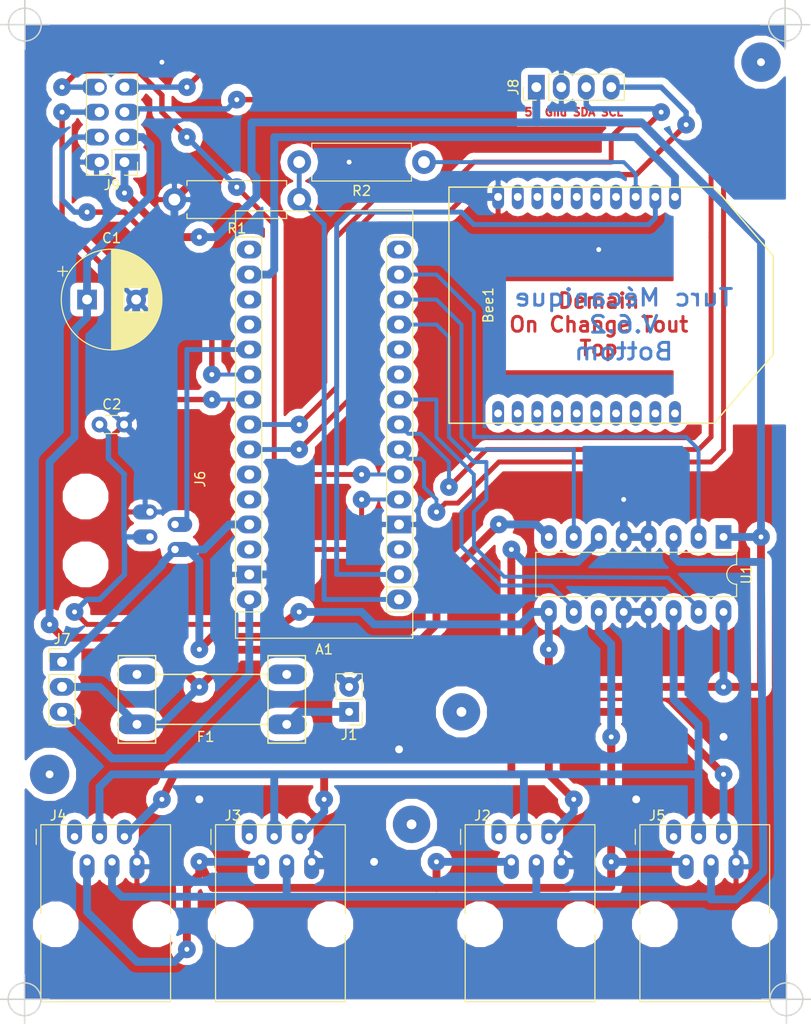
<source format=kicad_pcb>
(kicad_pcb (version 20171130) (host pcbnew 5.0.2-bee76a0~70~ubuntu14.04.1)
  (title_block (title "Turc Mécanique V.6") (company "Demain On Change Tout"))
  (layers (0 F.Cu signal) (31 B.Cu signal) (34 B.Paste user) (35 F.Paste user) (36 B.SilkS user) (37 F.SilkS user) (38 B.Mask user hide) (39 F.Mask user hide) (44 Edge.Cuts user))
  (net 0 "")
  (net 1 /TxArd)
  (net 2 /3V3)
  (net 3 /RxArd)
  (net 4 "Net-(A1-Pad18)")
  (net 5 "Net-(A1-Pad3)")
  (net 6 "Net-(A1-Pad19)")
  (net 7 /Interupt)
  (net 8 /Interupt2)
  (net 9 /SDA)
  (net 10 /SCL)
  (net 11 /r)
  (net 12 "Net-(A1-Pad25)")
  (net 13 "Net-(A1-Pad10)")
  (net 14 "Net-(A1-Pad26)")
  (net 15 "Net-(A1-Pad11)")
  (net 16 /v)
  (net 17 "Net-(A1-Pad28)")
  (net 18 /b)
  (net 19 /GND)
  (net 20 /w)
  (net 21 "Net-(A1-Pad15)")
  (net 22 "Net-(A1-Pad16)")
  (net 23 "Net-(Bee1-Pad3)")
  (net 24 "Net-(Bee1-Pad4)")
  (net 25 "Net-(Bee1-Pad5)")
  (net 26 "Net-(Bee1-Pad6)")
  (net 27 "Net-(Bee1-Pad7)")
  (net 28 "Net-(Bee1-Pad8)")
  (net 29 "Net-(Bee1-Pad9)")
  (net 30 "Net-(Bee1-Pad11)")
  (net 31 "Net-(Bee1-Pad12)")
  (net 32 "Net-(Bee1-Pad13)")
  (net 33 "Net-(Bee1-Pad14)")
  (net 34 "Net-(Bee1-Pad15)")
  (net 35 "Net-(Bee1-Pad16)")
  (net 36 "Net-(Bee1-Pad17)")
  (net 37 "Net-(Bee1-Pad18)")
  (net 38 "Net-(Bee1-Pad19)")
  (net 39 "Net-(Bee1-Pad20)")
  (net 40 /5V)
  (net 41 "Net-(J2-Pad1)")
  (net 42 /R)
  (net 43 /V)
  (net 44 /B)
  (net 45 /W)
  (net 46 "Net-(J3-Pad1)")
  (net 47 "Net-(J4-Pad1)")
  (net 48 "Net-(J5-Pad1)")
  (net 49 /Alim)
  (net 50 /AlimBrut)
  (net 51 /Telecommande)
  (net 52 /Vin)
  (net 53 /D4)
  (net 54 /D5)
  (net 55 /A2)
  (net 56 /A3)
  (module Connector_RJ:RJ9_Amphenol_personnalisé (layer F.Cu) (at 76.2 79.4 270)
    (fp_text reference J6 (at -5.27 -5.16 270) (layer F.SilkS))
    (fp_text value RJ9)
    (pad "" np_thru_hole circle (at -3.5 6.5 270) (size 3.25 3.25) (drill 3.25) (layers *.Cu *.Mask))
    (pad 1 thru_hole oval (at -1.93 -0.06 270) (size 1.52 2.5) (drill 0.76 (offset 0 0.5)) (layers *.Cu *.Mask) (net 19 /GND))
    (pad 2 thru_hole oval (at -0.66 -2.6 270) (size 1.52 2.5) (drill 0.76 (offset 0 -0.5)) (layers *.Cu *.Mask) (net 51 /Telecommande))
    (pad 3 thru_hole oval (at 0.61 -0.06 270) (size 1.52 2.5) (drill 0.76 (offset 0 0.5)) (layers *.Cu *.Mask) (net 7 /Interupt))
    (pad 4 thru_hole oval (at 1.88 -2.6 270) (size 1.52 2.5) (drill 0.76 (offset 0 -0.5)) (layers *.Cu *.Mask) (net 40 /5V))
    (pad "" np_thru_hole circle (at 3.4 6.5 270) (size 3.25 3.25) (drill 3.25) (layers *.Cu *.Mask))
  )
  (module Fuse:Fusible_Fuse_Perso (layer F.Cu) (at 82.55 96.52 90)
    (fp_text reference F1 (at -3.81 -0.635 180) (layer F.SilkS))
    (fp_text value Fuse)
    (pad "" thru_hole oval (at 2.54 -7.62 90) (size 2 4) (drill 0.9) (layers *.Cu *.Mask))
    (pad 2 thru_hole oval (at -2.54 -7.62 90) (size 2 4) (drill 0.9) (layers *.Cu *.Mask) (net 49 /Alim))
    (pad "" thru_hole oval (at 2.54 7.62 90) (size 2 4) (drill 0.9) (layers *.Cu *.Mask))
    (pad 1 thru_hole oval (at -2.54 7.62 90) (size 2 4) (drill 0.9) (layers *.Cu *.Mask) (net 50 /AlimBrut))
  )
  (module Connector_PinHeader_2.54mm:PinHeader_2x04_P2.54mm_Vertical_Personnalisé (layer F.Cu) (at 73.66 41.91 180)
    (fp_text reference J9 (at 1.27 -2.33 180) (layer F.SilkS))
    (fp_text value Conn_01x08_Female)
    (pad 8 thru_hole oval (at 2.54 7.62 180) (size 2.5 1.7) (drill 1 (offset 0.5 0)) (layers *.Cu *.Mask) (net 8 /Interupt2))
    (pad 7 thru_hole oval (at 0 7.62 180) (size 2.5 1.7) (drill 1 (offset -0.3 0)) (layers *.Cu *.Mask) (net 53 /D4))
    (pad 6 thru_hole oval (at 2.54 5.08 180) (size 2.5 1.7) (drill 1 (offset 0.3 0)) (layers *.Cu *.Mask) (net 56 /A3))
    (pad 5 thru_hole oval (at 0 5.08 180) (size 2.5 1.7) (drill 1 (offset -0.3 0)) (layers *.Cu *.Mask) (net 54 /D5))
    (pad 4 thru_hole oval (at 2.54 2.54 180) (size 2.5 1.7) (drill 1 (offset 0.3 0)) (layers *.Cu *.Mask) (net 55 /A2))
    (pad 3 thru_hole oval (at 0 2.54 180) (size 2.5 1.7) (drill 1 (offset -0.3 0)) (layers *.Cu *.Mask) (net 49 /Alim))
    (pad 2 thru_hole oval (at 2.54 0 180) (size 2.5 1.7) (drill 1 (offset 0.3 0)) (layers *.Cu *.Mask) (net 19 /GND))
    (pad 1 thru_hole rect (at 0 0 180) (size 2.5 1.7) (drill 1 (offset -0.3 0)) (layers *.Cu *.Mask) (net 40 /5V))
  )
  (module Connector_PinHeader_2.54mm:PinHeader_1x04_P2.54mm_Vertical_Personnalisé (layer F.Cu) (at 115.57 34.29 90)
    (fp_text reference J8 (at 0 -2.33 90) (layer F.SilkS))
    (fp_text value Conn_01x04_Female)
    (pad 4 thru_hole oval (at 0 7.62 90) (size 2.5 1.7) (drill 1) (layers *.Cu *.Mask) (net 10 /SCL))
    (pad 3 thru_hole oval (at 0 5.08 90) (size 2.5 1.7) (drill 1) (layers *.Cu *.Mask) (net 9 /SDA))
    (pad 2 thru_hole oval (at 0 2.54 90) (size 2.5 1.7) (drill 1) (layers *.Cu *.Mask) (net 19 /GND))
    (pad 1 thru_hole rect (at 0 0 90) (size 2.5 1.7) (drill 1) (layers *.Cu *.Mask) (net 40 /5V))
  )
  (module Module:Arduino_NanoPersonnalisé (layer F.Cu) (at 101.6 86.36 180)
    (fp_text reference A1 (at 7.62 -5.08 180) (layer F.SilkS))
    (fp_text value Arduino_Nano_v3.x)
    (pad 1 thru_hole oval (at 0 0 180) (size 2.5 2) (drill 1) (layers *.Cu *.Mask) (net 1 /TxArd))
    (pad 2 thru_hole oval (at 0 2.54 180) (size 2.5 1.8) (drill 1) (layers *.Cu *.Mask) (net 3 /RxArd))
    (pad 3 thru_hole oval (at 0 5.08 180) (size 2.5 1.8) (drill 1) (layers *.Cu *.Mask) (net 5 "Net-(A1-Pad3)"))
    (pad 4 thru_hole rect (at 0 7.62 180) (size 2.5 1.8) (drill 1) (layers *.Cu *.Mask) (net 19 /GND))
    (pad 5 thru_hole oval (at 0 10.16 180) (size 2.5 1.8) (drill 1) (layers *.Cu *.Mask) (net 7 /Interupt))
    (pad 6 thru_hole oval (at 0 12.7 180) (size 2.5 1.8) (drill 1) (layers *.Cu *.Mask) (net 8 /Interupt2))
    (pad 7 thru_hole oval (at 0 15.24 180) (size 2.5 1.8) (drill 1) (layers *.Cu *.Mask) (net 53 /D4))
    (pad 8 thru_hole oval (at 0 17.78 180) (size 2.5 1.8) (drill 1) (layers *.Cu *.Mask) (net 54 /D5))
    (pad 9 thru_hole oval (at 0 20.32 180) (size 2.5 1.8) (drill 1) (layers *.Cu *.Mask) (net 11 /r))
    (pad 11 thru_hole oval (at 0 22.86 180) (size 2.5 1.8) (drill 1) (layers *.Cu *.Mask) (net 15 "Net-(A1-Pad11)"))
    (pad 10 thru_hole oval (at 0 25.4 180) (size 2.5 1.8) (drill 1) (layers *.Cu *.Mask) (net 13 "Net-(A1-Pad10)"))
    (pad 12 thru_hole oval (at 0 27.94 180) (size 2.5 1.8) (drill 1) (layers *.Cu *.Mask) (net 16 /v))
    (pad 13 thru_hole oval (at 0 30.48 180) (size 2.5 1.8) (drill 1) (layers *.Cu *.Mask) (net 20 /w))
    (pad 14 thru_hole oval (at 0 33.02 180) (size 2.5 1.8) (drill 1) (layers *.Cu *.Mask) (net 18 /b))
    (pad 15 thru_hole oval (at 0 35.56 180) (size 2.5 1.8) (drill 1) (layers *.Cu *.Mask) (net 21 "Net-(A1-Pad15)"))
    (pad 16 thru_hole oval (at 15.24 35.56 180) (size 2.5 1.8) (drill 1) (layers *.Cu *.Mask) (net 22 "Net-(A1-Pad16)"))
    (pad 17 thru_hole oval (at 15.24 33.02 180) (size 2.5 1.8) (drill 1) (layers *.Cu *.Mask) (net 2 /3V3))
    (pad 18 thru_hole oval (at 15.24 30.48 180) (size 2.5 1.8) (drill 1) (layers *.Cu *.Mask) (net 4 "Net-(A1-Pad18)"))
    (pad 19 thru_hole oval (at 15.24 27.94 180) (size 2.5 1.8) (drill 1) (layers *.Cu *.Mask) (net 6 "Net-(A1-Pad19)"))
    (pad 20 thru_hole oval (at 15.24 25.4 180) (size 2.5 1.8) (drill 1) (layers *.Cu *.Mask) (net 51 /Telecommande))
    (pad 21 thru_hole oval (at 15.24 22.86 180) (size 2.5 1.8) (drill 1) (layers *.Cu *.Mask) (net 55 /A2))
    (pad 22 thru_hole oval (at 15.24 20.32 180) (size 2.5 1.8) (drill 1) (layers *.Cu *.Mask) (net 56 /A3))
    (pad 23 thru_hole oval (at 15.24 17.78 180) (size 2.5 1.8) (drill 1) (layers *.Cu *.Mask) (net 9 /SDA))
    (pad 24 thru_hole oval (at 15.24 15.24 180) (size 2.5 1.8) (drill 1) (layers *.Cu *.Mask) (net 10 /SCL))
    (pad 25 thru_hole oval (at 15.24 12.7 180) (size 2.5 1.8) (drill 1) (layers *.Cu *.Mask) (net 12 "Net-(A1-Pad25)"))
    (pad 26 thru_hole oval (at 15.24 10.16 180) (size 2.5 1.8) (drill 1) (layers *.Cu *.Mask) (net 14 "Net-(A1-Pad26)"))
    (pad 27 thru_hole oval (at 15.24 7.62 180) (size 2.5 1.8) (drill 1) (layers *.Cu *.Mask) (net 40 /5V))
    (pad 28 thru_hole oval (at 15.24 5.08 180) (size 2.5 1.8) (drill 1) (layers *.Cu *.Mask) (net 17 "Net-(A1-Pad28)"))
    (pad 29 thru_hole rect (at 15.24 2.54 180) (size 2.5 1.8) (drill 1) (layers *.Cu *.Mask) (net 19 /GND))
    (pad 30 thru_hole oval (at 15.24 0 180) (size 2.5 1.8) (drill 1) (layers *.Cu *.Mask) (net 52 /Vin))
  )
  (module Connector_PinHeader_2.54mm:PinHeader_1x03_P2.54mm_Vertical_Personnalisé (layer F.Cu) (at 67.31 92.71)
    (fp_text reference J7 (at 0 -2.33) (layer F.SilkS))
    (fp_text value Conn_01x03_Male)
    (pad 1 thru_hole rect (at 0 0) (size 2.5 1.8) (drill 1) (layers *.Cu *.Mask) (net 40 /5V))
    (pad 2 thru_hole oval (at 0 2.54) (size 2.5 1.8) (drill 1) (layers *.Cu *.Mask) (net 49 /Alim))
    (pad 3 thru_hole oval (at 0 5.08) (size 2.5 1.8) (drill 1) (layers *.Cu *.Mask) (net 52 /Vin))
  )
  (module Connector_PinHeader_2.54mm:PinHeader_1x02_P2.54mm_Vertical (layer F.Cu) (at 96.52 97.79 180)
    (fp_text reference J1 (at 0 -2.33 180) (layer F.SilkS))
    (fp_text value Conn_01x02_Female)
    (pad 1 thru_hole rect (at 0 0 180) (size 2 2) (drill 0.8) (layers *.Cu *.Mask) (net 50 /AlimBrut))
    (pad 2 thru_hole circle (at 0 2.54 180) (size 2 2) (drill 0.8) (layers *.Cu *.Mask) (net 19 /GND))
  )
  (module Capacitor_THT:CP_Radial_D10.0mm_P5.00mm (layer F.Cu) (at 69.85 55.88)
    (fp_text reference C1 (at 2.5 -6.25) (layer F.SilkS))
    (fp_text value CP)
    (pad 2 thru_hole circle (at 5 0) (size 2 2) (drill 1) (layers *.Cu *.Mask) (net 19 /GND))
    (pad 1 thru_hole rect (at 0 0) (size 2 2) (drill 1) (layers *.Cu *.Mask) (net 49 /Alim))
  )
  (module Resistor_THT:R_Axial_DIN0411_L9.9mm_D3.6mm_P12.70mm_Horizontal (layer F.Cu) (at 104.14 41.91 180)
    (fp_text reference R2 (at 6.35 -2.92 180) (layer F.SilkS))
    (fp_text value 10K)
    (pad 1 thru_hole circle (at 0 0 180) (size 2.4 2.4) (drill 1.2) (layers *.Cu *.Mask) (net 23 "Net-(Bee1-Pad3)"))
    (pad 2 thru_hole oval (at 12.7 0 180) (size 2.4 2.4) (drill 1.2) (layers *.Cu *.Mask) (net 1 /TxArd))
  )
  (module Connector_RJ:RJ12_Amphenol_personnalisé (layer F.Cu) (at 129.54 110.49)
    (fp_text reference J5 (at -1.67 -2.16) (layer F.SilkS))
    (fp_text value RJ12)
    (pad "" np_thru_hole circle (at 8.25 8.89) (size 3.25 3.25) (drill 3.25) (layers *.Cu *.Mask))
    (pad 6 thru_hole oval (at 6.35 2.54) (size 1.52 2.5) (drill 0.76 (offset 0 0.5)) (layers *.Cu *.Mask) (net 19 /GND))
    (pad 5 thru_hole oval (at 5.08 0) (size 1.52 2.5) (drill 0.76 (offset 0 -0.5)) (layers *.Cu *.Mask) (net 45 /W))
    (pad 4 thru_hole oval (at 3.81 2.54) (size 1.52 2.5) (drill 0.76 (offset 0 0.5)) (layers *.Cu *.Mask) (net 44 /B))
    (pad 3 thru_hole oval (at 2.54 0) (size 1.52 2.5) (drill 0.76 (offset 0 -0.5)) (layers *.Cu *.Mask) (net 43 /V))
    (pad 2 thru_hole oval (at 1.27 2.54) (size 1.52 2.5) (drill 0.76 (offset 0 0.5)) (layers *.Cu *.Mask) (net 42 /R))
    (pad "" np_thru_hole circle (at -1.91 8.89) (size 3.25 3.25) (drill 3.25) (layers *.Cu *.Mask))
    (pad 1 thru_hole oval (at 0 0) (size 1.52 2.5) (drill 0.76 (offset 0 -0.5)) (layers *.Cu *.Mask) (net 48 "Net-(J5-Pad1)"))
  )
  (module Connector_RJ:RJ12_Amphenol_personnalisé (layer F.Cu) (at 111.76 110.49)
    (fp_text reference J2 (at -1.67 -2.16) (layer F.SilkS))
    (fp_text value RJ12)
    (pad "" np_thru_hole circle (at 8.25 8.89) (size 3.25 3.25) (drill 3.25) (layers *.Cu *.Mask))
    (pad 6 thru_hole oval (at 6.35 2.54) (size 1.52 2.5) (drill 0.76 (offset 0 0.5)) (layers *.Cu *.Mask) (net 19 /GND))
    (pad 5 thru_hole oval (at 5.08 0) (size 1.52 2.5) (drill 0.76 (offset 0 -0.5)) (layers *.Cu *.Mask) (net 45 /W))
    (pad 4 thru_hole oval (at 3.81 2.54) (size 1.52 2.5) (drill 0.76 (offset 0 0.5)) (layers *.Cu *.Mask) (net 44 /B))
    (pad 3 thru_hole oval (at 2.54 0) (size 1.52 2.5) (drill 0.76 (offset 0 -0.5)) (layers *.Cu *.Mask) (net 43 /V))
    (pad 2 thru_hole oval (at 1.27 2.54) (size 1.52 2.5) (drill 0.76 (offset 0 0.5)) (layers *.Cu *.Mask) (net 42 /R))
    (pad "" np_thru_hole circle (at -1.91 8.89) (size 3.25 3.25) (drill 3.25) (layers *.Cu *.Mask))
    (pad 1 thru_hole oval (at 0 0) (size 1.52 2.5) (drill 0.76 (offset 0 -0.5)) (layers *.Cu *.Mask) (net 41 "Net-(J2-Pad1)"))
  )
  (module Connector_RJ:RJ12_Amphenol_personnalisé (layer F.Cu) (at 86.36 110.49)
    (fp_text reference J3 (at -1.67 -2.16) (layer F.SilkS))
    (fp_text value RJ12)
    (pad "" np_thru_hole circle (at 8.25 8.89) (size 3.25 3.25) (drill 3.25) (layers *.Cu *.Mask))
    (pad 6 thru_hole oval (at 6.35 2.54) (size 1.52 2.5) (drill 0.76 (offset 0 0.5)) (layers *.Cu *.Mask) (net 19 /GND))
    (pad 5 thru_hole oval (at 5.08 0) (size 1.52 2.5) (drill 0.76 (offset 0 -0.5)) (layers *.Cu *.Mask) (net 45 /W))
    (pad 4 thru_hole oval (at 3.81 2.54) (size 1.52 2.5) (drill 0.76 (offset 0 0.5)) (layers *.Cu *.Mask) (net 44 /B))
    (pad 3 thru_hole oval (at 2.54 0) (size 1.52 2.5) (drill 0.76 (offset 0 -0.5)) (layers *.Cu *.Mask) (net 43 /V))
    (pad 2 thru_hole oval (at 1.27 2.54) (size 1.52 2.5) (drill 0.76 (offset 0 0.5)) (layers *.Cu *.Mask) (net 42 /R))
    (pad "" np_thru_hole circle (at -1.91 8.89) (size 3.25 3.25) (drill 3.25) (layers *.Cu *.Mask))
    (pad 1 thru_hole oval (at 0 0) (size 1.52 2.5) (drill 0.76 (offset 0 -0.5)) (layers *.Cu *.Mask) (net 46 "Net-(J3-Pad1)"))
  )
  (module Connector_RJ:RJ12_Amphenol_personnalisé (layer F.Cu) (at 68.58 110.49)
    (fp_text reference J4 (at -1.67 -2.16) (layer F.SilkS))
    (fp_text value RJ12)
    (pad "" np_thru_hole circle (at 8.25 8.89) (size 3.25 3.25) (drill 3.25) (layers *.Cu *.Mask))
    (pad 6 thru_hole oval (at 6.35 2.54) (size 1.52 2.5) (drill 0.76 (offset 0 0.5)) (layers *.Cu *.Mask) (net 19 /GND))
    (pad 5 thru_hole oval (at 5.08 0) (size 1.52 2.5) (drill 0.76 (offset 0 -0.5)) (layers *.Cu *.Mask) (net 45 /W))
    (pad 4 thru_hole oval (at 3.81 2.54) (size 1.52 2.5) (drill 0.76 (offset 0 0.5)) (layers *.Cu *.Mask) (net 44 /B))
    (pad 3 thru_hole oval (at 2.54 0) (size 1.52 2.5) (drill 0.76 (offset 0 -0.5)) (layers *.Cu *.Mask) (net 43 /V))
    (pad 2 thru_hole oval (at 1.27 2.54) (size 1.52 2.5) (drill 0.76 (offset 0 0.5)) (layers *.Cu *.Mask) (net 42 /R))
    (pad "" np_thru_hole circle (at -1.91 8.89) (size 3.25 3.25) (drill 3.25) (layers *.Cu *.Mask))
    (pad 1 thru_hole oval (at 0 0) (size 1.52 2.5) (drill 0.76 (offset 0 -0.5)) (layers *.Cu *.Mask) (net 47 "Net-(J4-Pad1)"))
  )
  (module RF_Module:MeshBeeZigBeePro (layer F.Cu) (at 106.68 44.45 270)
    (fp_text reference Bee1 (at 12 -4 270) (layer F.SilkS))
    (fp_text value MeshBeeZigBeePro)
    (pad 1 thru_hole oval (at 1 -23 270) (size 2.5 1.2) (drill 0.8) (layers *.Cu *.Mask) (net 2 /3V3))
    (pad 2 thru_hole oval (at 1 -21 270) (size 2.5 1.2) (drill 0.8) (layers *.Cu *.Mask) (net 3 /RxArd))
    (pad 3 thru_hole oval (at 1 -19 270) (size 2.5 1.2) (drill 0.8) (layers *.Cu *.Mask) (net 23 "Net-(Bee1-Pad3)"))
    (pad 4 thru_hole oval (at 1 -17 270) (size 2.5 1.2) (drill 0.8) (layers *.Cu *.Mask) (net 24 "Net-(Bee1-Pad4)"))
    (pad 5 thru_hole oval (at 1 -15 270) (size 2.5 1.2) (drill 0.8) (layers *.Cu *.Mask) (net 25 "Net-(Bee1-Pad5)"))
    (pad 6 thru_hole oval (at 1 -13 270) (size 2.5 1.2) (drill 0.8) (layers *.Cu *.Mask) (net 26 "Net-(Bee1-Pad6)"))
    (pad 7 thru_hole oval (at 1 -11 270) (size 2.5 1.2) (drill 0.8) (layers *.Cu *.Mask) (net 27 "Net-(Bee1-Pad7)"))
    (pad 8 thru_hole oval (at 1 -9 270) (size 2.5 1.2) (drill 0.8) (layers *.Cu *.Mask) (net 28 "Net-(Bee1-Pad8)"))
    (pad 9 thru_hole oval (at 1 -7 270) (size 2.5 1.2) (drill 0.8) (layers *.Cu *.Mask) (net 29 "Net-(Bee1-Pad9)"))
    (pad 10 thru_hole oval (at 1 -5 270) (size 2.5 1.2) (drill 0.8) (layers *.Cu *.Mask) (net 19 /GND))
    (pad 11 thru_hole oval (at 23 -5 270) (size 2.5 1.2) (drill 0.8) (layers *.Cu *.Mask) (net 30 "Net-(Bee1-Pad11)"))
    (pad 12 thru_hole oval (at 23 -7 270) (size 2.5 1.2) (drill 0.8) (layers *.Cu *.Mask) (net 31 "Net-(Bee1-Pad12)"))
    (pad 13 thru_hole oval (at 23 -9 270) (size 2.5 1.2) (drill 0.8) (layers *.Cu *.Mask) (net 32 "Net-(Bee1-Pad13)"))
    (pad 14 thru_hole oval (at 23 -11 270) (size 2.5 1.2) (drill 0.8) (layers *.Cu *.Mask) (net 33 "Net-(Bee1-Pad14)"))
    (pad 15 thru_hole oval (at 23 -13 270) (size 2.5 1.2) (drill 0.8) (layers *.Cu *.Mask) (net 34 "Net-(Bee1-Pad15)"))
    (pad 16 thru_hole oval (at 23 -15 270) (size 2.5 1.2) (drill 0.8) (layers *.Cu *.Mask) (net 35 "Net-(Bee1-Pad16)"))
    (pad 17 thru_hole oval (at 23 -17 270) (size 2.5 1.2) (drill 0.8) (layers *.Cu *.Mask) (net 36 "Net-(Bee1-Pad17)"))
    (pad 18 thru_hole oval (at 23 -19 270) (size 2.5 1.2) (drill 0.8) (layers *.Cu *.Mask) (net 37 "Net-(Bee1-Pad18)"))
    (pad 19 thru_hole oval (at 23 -21 270) (size 2.5 1.2) (drill 0.8) (layers *.Cu *.Mask) (net 38 "Net-(Bee1-Pad19)"))
    (pad 20 thru_hole oval (at 23 -23 270) (size 2.5 1.2) (drill 0.8) (layers *.Cu *.Mask) (net 39 "Net-(Bee1-Pad20)"))
  )
  (module Resistor_THT:R_Axial_DIN0411_L9.9mm_D3.6mm_P12.70mm_Horizontal (layer F.Cu) (at 91.44 45.72 180)
    (fp_text reference R1 (at 6.35 -2.92 180) (layer F.SilkS))
    (fp_text value 15K)
    (pad 2 thru_hole oval (at 12.7 0 180) (size 2.4 2.4) (drill 1.2) (layers *.Cu *.Mask) (net 19 /GND))
    (pad 1 thru_hole circle (at 0 0 180) (size 2.4 2.4) (drill 1.2) (layers *.Cu *.Mask) (net 1 /TxArd))
  )
  (module Capacitor_THT:C_Disc_D3.0mm_W1.6mm_P2.50mm (layer F.Cu) (at 71.12 68.58)
    (fp_text reference C2 (at 1.25 -2.05) (layer F.SilkS))
    (fp_text value C)
    (pad 1 thru_hole circle (at 0 0) (size 1.6 1.6) (drill 0.8) (layers *.Cu *.Mask) (net 7 /Interupt))
    (pad 2 thru_hole circle (at 2.5 0) (size 1.6 1.6) (drill 0.8) (layers *.Cu *.Mask) (net 19 /GND))
  )
  (module Package_DIP:DIP-16_W7.62mm_LongPads (layer F.Cu) (at 134.62 80.01 270)
    (fp_text reference U1 (at 3.81 -2.33 270) (layer F.SilkS))
    (fp_text value L293D)
    (pad 1 thru_hole rect (at 0 0 270) (size 2.4 1.6) (drill 0.8) (layers *.Cu *.Mask) (net 40 /5V))
    (pad 9 thru_hole oval (at 7.62 17.78 270) (size 2.4 1.6) (drill 0.8) (layers *.Cu *.Mask) (net 40 /5V))
    (pad 2 thru_hole oval (at 0 2.54 270) (size 2.4 1.6) (drill 0.8) (layers *.Cu *.Mask) (net 18 /b))
    (pad 10 thru_hole oval (at 7.62 15.24 270) (size 2.4 1.6) (drill 0.8) (layers *.Cu *.Mask) (net 11 /r))
    (pad 3 thru_hole oval (at 0 5.08 270) (size 2.4 1.6) (drill 0.8) (layers *.Cu *.Mask) (net 44 /B))
    (pad 11 thru_hole oval (at 7.62 12.7 270) (size 2.4 1.6) (drill 0.8) (layers *.Cu *.Mask) (net 42 /R))
    (pad 4 thru_hole oval (at 0 7.62 270) (size 2.4 1.6) (drill 0.8) (layers *.Cu *.Mask) (net 19 /GND))
    (pad 12 thru_hole oval (at 7.62 10.16 270) (size 2.4 1.6) (drill 0.8) (layers *.Cu *.Mask) (net 19 /GND))
    (pad 5 thru_hole oval (at 0 10.16 270) (size 2.4 1.6) (drill 0.8) (layers *.Cu *.Mask) (net 19 /GND))
    (pad 13 thru_hole oval (at 7.62 7.62 270) (size 2.4 1.6) (drill 0.8) (layers *.Cu *.Mask) (net 19 /GND))
    (pad 6 thru_hole oval (at 0 12.7 270) (size 2.4 1.6) (drill 0.8) (layers *.Cu *.Mask) (net 45 /W))
    (pad 14 thru_hole oval (at 7.62 5.08 270) (size 2.4 1.6) (drill 0.8) (layers *.Cu *.Mask) (net 43 /V))
    (pad 7 thru_hole oval (at 0 15.24 270) (size 2.4 1.6) (drill 0.8) (layers *.Cu *.Mask) (net 20 /w))
    (pad 15 thru_hole oval (at 7.62 2.54 270) (size 2.4 1.6) (drill 0.8) (layers *.Cu *.Mask) (net 16 /v))
    (pad 8 thru_hole oval (at 0 17.78 270) (size 2.4 1.6) (drill 0.8) (layers *.Cu *.Mask) (net 49 /Alim))
    (pad 16 thru_hole oval (at 7.62 0 270) (size 2.4 1.6) (drill 0.8) (layers *.Cu *.Mask) (net 40 /5V))
  )
  (target plus (at 63.493957 127) (size 5) (width 0.15) (layer Edge.Cuts))
  (target plus (at 140.882019 27.94) (size 5) (width 0.15) (layer Edge.Cuts))
  (target plus (at 141.020074 127) (size 5) (width 0.15) (layer Edge.Cuts))
  (target plus (at 63.52395 27.931627) (size 5) (width 0.15) (layer Edge.Cuts))
  (gr_text "Demain\nOn Change Tout\nTop" (at 121.92 58.42) (layer F.Cu) (effects (font (size 1.5 1.5) (thickness 0.3))))
  (gr_text "5V Gnd SDA SCL" (at 119.38 36.83) (layer F.Cu) (effects (font (size 0.8 0.8) (thickness 0.2))))
  (gr_text "Turc Mécanique\nV.6.2\nBottom" (at 124.46 58.42) (layer B.Cu) (effects (font (size 1.7 1.9) (thickness 0.3)) (justify mirror)))
  (via (at 102.87 109.22) (size 3.8) (drill 1) (layers F.Cu B.Cu) (net 0))
  (via (at 107.95 97.79) (size 3.8) (drill 1) (layers F.Cu B.Cu) (net 0))
  (via (at 138.43 31.75) (size 4) (drill 0.8) (layers F.Cu B.Cu) (net 0))
  (via (at 66.04 104.14) (size 4) (drill 0.8) (layers F.Cu B.Cu) (net 0))
  (segment (start 93.98 86.36) (end 93.98 48.26) (width 0.5) (layer B.Cu) (net 1))
  (segment (start 101.6 86.36) (end 93.98 86.36) (width 0.5) (layer B.Cu) (net 1))
  (segment (start 93.98 48.26) (end 91.44 45.72) (width 0.5) (layer B.Cu) (net 1))
  (segment (start 91.44 41.91) (end 91.44 45.72) (width 0.5) (layer B.Cu) (net 1))
  (segment (start 129.68 43.4) (end 129.68 45.45) (width 0.8) (layer B.Cu) (net 2))
  (segment (start 125.65 39.37) (end 129.68 43.4) (width 0.8) (layer B.Cu) (net 2))
  (segment (start 88.9 52.85) (end 88.9 39.37) (width 0.8) (layer B.Cu) (net 2))
  (segment (start 88.41 53.34) (end 88.9 52.85) (width 0.8) (layer B.Cu) (net 2))
  (segment (start 88.9 39.37) (end 125.65 39.37) (width 0.8) (layer B.Cu) (net 2))
  (segment (start 86.36 53.34) (end 88.41 53.34) (width 0.8) (layer B.Cu) (net 2))
  (segment (start 127.68 47.58) (end 127.68 45.45) (width 0.5) (layer B.Cu) (net 3))
  (segment (start 109.22 48.26) (end 127 48.26) (width 0.5) (layer B.Cu) (net 3))
  (segment (start 107.95 46.99) (end 109.22 48.26) (width 0.5) (layer B.Cu) (net 3))
  (segment (start 96.52 46.99) (end 107.95 46.99) (width 0.5) (layer B.Cu) (net 3))
  (segment (start 95.25 48.26) (end 96.52 46.99) (width 0.5) (layer B.Cu) (net 3))
  (segment (start 101.6 83.82) (end 95.25 83.82) (width 0.5) (layer B.Cu) (net 3))
  (segment (start 95.25 83.82) (end 95.25 48.26) (width 0.5) (layer B.Cu) (net 3))
  (segment (start 127 48.26) (end 127.68 47.58) (width 0.5) (layer B.Cu) (net 3))
  (segment (start 101.6 76.2) (end 97.79 76.2) (width 0.4) (layer B.Cu) (net 7))
  (segment (start 97.79 76.2) (end 97.79 76.2) (width 0.4) (layer B.Cu) (net 7))
  (via (at 97.79 76.2) (size 1.8) (drill 0.5) (layers F.Cu B.Cu) (net 7))
  (segment (start 97.79 76.2) (end 97.79 81.28) (width 0.5) (layer F.Cu) (net 7))
  (segment (start 97.79 81.28) (end 92.71 81.28) (width 0.5) (layer F.Cu) (net 7))
  (segment (start 92.71 81.28) (end 92.71 83.82) (width 0.5) (layer F.Cu) (net 7))
  (segment (start 92.71 83.82) (end 87.63 88.9) (width 0.5) (layer F.Cu) (net 7))
  (segment (start 87.63 88.9) (end 69.85 88.9) (width 0.5) (layer F.Cu) (net 7))
  (segment (start 69.85 88.9) (end 68.58 87.63) (width 0.5) (layer F.Cu) (net 7))
  (segment (start 68.58 87.63) (end 68.58 87.63) (width 0.4) (layer F.Cu) (net 7))
  (via (at 68.58 87.63) (size 1.8) (drill 0.5) (layers F.Cu B.Cu) (net 7))
  (segment (start 73.66 83.82) (end 73.66 80.01) (width 0.55) (layer B.Cu) (net 7))
  (segment (start 71.12 86.36) (end 73.66 83.82) (width 0.55) (layer B.Cu) (net 7))
  (segment (start 69.85 86.36) (end 71.12 86.36) (width 0.55) (layer B.Cu) (net 7))
  (segment (start 68.58 87.63) (end 69.85 86.36) (width 0.55) (layer B.Cu) (net 7))
  (segment (start 72.025001 69.485001) (end 72.025001 72.025001) (width 0.55) (layer B.Cu) (net 7))
  (segment (start 73.60999 79.95999) (end 73.66 80.01) (width 0.55) (layer B.Cu) (net 7))
  (segment (start 73.66 80.01) (end 76.26 80.01) (width 0.55) (layer B.Cu) (net 7))
  (segment (start 73.66 73.66) (end 73.60999 73.71001) (width 0.55) (layer B.Cu) (net 7))
  (segment (start 73.60999 73.71001) (end 73.60999 79.95999) (width 0.55) (layer B.Cu) (net 7))
  (segment (start 72.025001 72.025001) (end 73.66 73.66) (width 0.55) (layer B.Cu) (net 7))
  (segment (start 71.12 68.58) (end 72.025001 69.485001) (width 0.55) (layer B.Cu) (net 7))
  (segment (start 101.6 73.66) (end 99.390001 73.66) (width 0.4) (layer B.Cu) (net 8))
  (segment (start 99.390001 73.66) (end 97.79 73.66) (width 0.4) (layer B.Cu) (net 8))
  (segment (start 97.79 73.66) (end 97.79 73.66) (width 0.4) (layer B.Cu) (net 8))
  (via (at 97.79 73.66) (size 1.8) (drill 0.5) (layers F.Cu B.Cu) (net 8))
  (segment (start 88.9 48.26) (end 85.09 44.45) (width 0.5) (layer F.Cu) (net 8))
  (segment (start 88.9 72.39) (end 88.9 48.26) (width 0.5) (layer F.Cu) (net 8))
  (segment (start 90.17 73.66) (end 88.9 72.39) (width 0.5) (layer F.Cu) (net 8))
  (segment (start 97.79 73.66) (end 90.17 73.66) (width 0.5) (layer F.Cu) (net 8))
  (segment (start 85.09 44.45) (end 85.09 44.45) (width 0.4) (layer F.Cu) (net 8))
  (via (at 85.09 44.45) (size 1.8) (drill 0.5) (layers F.Cu B.Cu) (net 8))
  (segment (start 85.09 44.45) (end 80.01 39.37) (width 0.55) (layer B.Cu) (net 8))
  (via (at 80.01 39.37) (size 1.8) (drill 0.5) (layers F.Cu B.Cu) (net 8))
  (segment (start 80.01 39.37) (end 77.47 36.83) (width 0.55) (layer F.Cu) (net 8))
  (segment (start 75.033101 32.66499) (end 68.93501 32.66499) (width 0.55) (layer F.Cu) (net 8))
  (segment (start 77.47 35.101889) (end 75.033101 32.66499) (width 0.55) (layer F.Cu) (net 8))
  (segment (start 77.47 36.83) (end 77.47 35.101889) (width 0.55) (layer F.Cu) (net 8))
  (segment (start 68.93501 32.66499) (end 67.31 34.29) (width 0.55) (layer F.Cu) (net 8))
  (via (at 67.31 34.29) (size 1.8) (drill 0.5) (layers F.Cu B.Cu) (net 8))
  (segment (start 67.31 34.29) (end 71.12 34.29) (width 0.55) (layer B.Cu) (net 8))
  (segment (start 86.36 68.58) (end 91.44 68.58) (width 0.5) (layer B.Cu) (net 9))
  (segment (start 91.44 68.58) (end 91.44 68.58) (width 0.4) (layer B.Cu) (net 9))
  (via (at 91.44 68.58) (size 1.8) (drill 0.5) (layers F.Cu B.Cu) (net 9))
  (segment (start 123.187194 41.91) (end 123.187194 39.372806) (width 0.5) (layer F.Cu) (net 9))
  (segment (start 109.217194 41.91) (end 123.187194 41.91) (width 0.5) (layer F.Cu) (net 9))
  (segment (start 106.677194 45.72) (end 106.677194 44.45) (width 0.5) (layer F.Cu) (net 9))
  (segment (start 106.677194 44.45) (end 109.217194 41.91) (width 0.5) (layer F.Cu) (net 9))
  (segment (start 99.057194 45.72) (end 106.677194 45.72) (width 0.5) (layer F.Cu) (net 9))
  (segment (start 95.25 64.77) (end 95.25 49.527194) (width 0.5) (layer F.Cu) (net 9))
  (segment (start 95.25 49.527194) (end 99.057194 45.72) (width 0.5) (layer F.Cu) (net 9))
  (segment (start 91.44 68.58) (end 95.25 64.77) (width 0.5) (layer F.Cu) (net 9))
  (via (at 128.27 36.83) (size 1.8) (drill 0.5) (layers F.Cu B.Cu) (net 9))
  (segment (start 120.65 36.09) (end 121.054981 36.494981) (width 0.55) (layer B.Cu) (net 9))
  (segment (start 120.65 34.29) (end 120.65 36.09) (width 0.55) (layer B.Cu) (net 9))
  (segment (start 127.934981 36.494981) (end 128.27 36.83) (width 0.55) (layer B.Cu) (net 9))
  (segment (start 121.054981 36.494981) (end 127.934981 36.494981) (width 0.55) (layer B.Cu) (net 9))
  (segment (start 123.187194 39.372806) (end 124.46 38.1) (width 0.55) (layer F.Cu) (net 9))
  (segment (start 127 38.1) (end 128.27 36.83) (width 0.55) (layer F.Cu) (net 9))
  (segment (start 124.46 38.1) (end 127 38.1) (width 0.55) (layer F.Cu) (net 9))
  (segment (start 86.36 71.12) (end 91.44 71.12) (width 0.5) (layer B.Cu) (net 10))
  (segment (start 91.44 71.12) (end 91.44 71.12) (width 0.4) (layer B.Cu) (net 10))
  (via (at 91.44 71.12) (size 1.8) (drill 0.5) (layers F.Cu B.Cu) (net 10))
  (segment (start 109.22 43.18) (end 123.19 43.18) (width 0.5) (layer F.Cu) (net 10))
  (segment (start 109.22 44.45) (end 109.22 43.18) (width 0.5) (layer F.Cu) (net 10))
  (segment (start 106.68 46.99) (end 109.22 44.45) (width 0.5) (layer F.Cu) (net 10))
  (segment (start 96.52 49.53) (end 99.06 46.99) (width 0.5) (layer F.Cu) (net 10))
  (segment (start 99.06 46.99) (end 106.68 46.99) (width 0.5) (layer F.Cu) (net 10))
  (segment (start 96.52 52.342002) (end 96.52 49.53) (width 0.5) (layer F.Cu) (net 10))
  (segment (start 96.52 53.267245) (end 96.52 52.342002) (width 0.5) (layer F.Cu) (net 10))
  (segment (start 96.52 66.04) (end 96.52 53.267245) (width 0.5) (layer F.Cu) (net 10))
  (segment (start 91.44 71.12) (end 96.52 66.04) (width 0.5) (layer F.Cu) (net 10))
  (via (at 130.81 38.1) (size 1.8) (drill 0.5) (layers F.Cu B.Cu) (net 10))
  (segment (start 125.73 43.18) (end 130.81 38.1) (width 0.55) (layer F.Cu) (net 10))
  (segment (start 123.19 43.18) (end 125.73 43.18) (width 0.55) (layer F.Cu) (net 10))
  (segment (start 128.272792 34.29) (end 124.59 34.29) (width 0.55) (layer B.Cu) (net 10))
  (segment (start 130.81 36.827208) (end 128.272792 34.29) (width 0.55) (layer B.Cu) (net 10))
  (segment (start 124.59 34.29) (end 123.19 34.29) (width 0.55) (layer B.Cu) (net 10))
  (segment (start 130.81 38.1) (end 130.81 36.827208) (width 0.55) (layer B.Cu) (net 10))
  (segment (start 111.930625 84.950011) (end 117.100011 84.950011) (width 0.4) (layer B.Cu) (net 11))
  (segment (start 107.95 80.969386) (end 111.930625 84.950011) (width 0.4) (layer B.Cu) (net 11))
  (segment (start 109.211582 76.191582) (end 107.95 77.453164) (width 0.4) (layer B.Cu) (net 11))
  (segment (start 109.211582 73.66) (end 109.211582 76.191582) (width 0.4) (layer B.Cu) (net 11))
  (segment (start 119.38 87.23) (end 119.38 87.63) (width 0.4) (layer B.Cu) (net 11))
  (segment (start 105.41 69.858418) (end 109.211582 73.66) (width 0.4) (layer B.Cu) (net 11))
  (segment (start 117.100011 84.950011) (end 119.38 87.23) (width 0.4) (layer B.Cu) (net 11))
  (segment (start 105.41 66.04) (end 105.41 69.858418) (width 0.4) (layer B.Cu) (net 11))
  (segment (start 107.95 77.453164) (end 107.95 80.969386) (width 0.4) (layer B.Cu) (net 11))
  (segment (start 101.6 66.04) (end 105.41 66.04) (width 0.4) (layer B.Cu) (net 11))
  (segment (start 132.08 87.23) (end 129.000001 84.150001) (width 0.4) (layer B.Cu) (net 16))
  (segment (start 132.08 87.63) (end 132.08 87.23) (width 0.4) (layer B.Cu) (net 16))
  (segment (start 109.22 80.96658) (end 111.229999 82.976579) (width 0.4) (layer B.Cu) (net 16))
  (segment (start 111.229999 82.976579) (end 112.303421 84.050001) (width 0.4) (layer B.Cu) (net 16))
  (segment (start 129.000001 84.150001) (end 112.303421 84.050001) (width 0.4) (layer B.Cu) (net 16))
  (segment (start 109.22 77.47) (end 109.22 80.96658) (width 0.4) (layer B.Cu) (net 16))
  (segment (start 101.6 58.42) (end 105.41 58.42) (width 0.4) (layer B.Cu) (net 16))
  (segment (start 105.41 58.42) (end 106.68 59.69) (width 0.4) (layer B.Cu) (net 16))
  (segment (start 106.68 69.855612) (end 109.214388 72.39) (width 0.4) (layer B.Cu) (net 16))
  (segment (start 109.214388 72.39) (end 110.49 72.39) (width 0.4) (layer B.Cu) (net 16))
  (segment (start 106.68 59.69) (end 106.68 69.855612) (width 0.4) (layer B.Cu) (net 16))
  (segment (start 110.49 72.39) (end 110.49 76.2) (width 0.4) (layer B.Cu) (net 16))
  (segment (start 110.49 76.2) (end 109.22 77.47) (width 0.4) (layer B.Cu) (net 16))
  (segment (start 105.41 53.34) (end 101.6 53.34) (width 0.4) (layer B.Cu) (net 18))
  (segment (start 109.22 69.85) (end 109.22 57.15) (width 0.4) (layer B.Cu) (net 18))
  (segment (start 109.22 57.15) (end 105.41 53.34) (width 0.4) (layer B.Cu) (net 18))
  (segment (start 130.81 69.85) (end 109.22 69.85) (width 0.4) (layer B.Cu) (net 18))
  (segment (start 132.08 71.12) (end 130.81 69.85) (width 0.4) (layer B.Cu) (net 18))
  (segment (start 132.08 80.01) (end 132.08 71.12) (width 0.4) (layer B.Cu) (net 18))
  (segment (start 124.46 80.01) (end 127 80.01) (width 0.8) (layer B.Cu) (net 19))
  (segment (start 124.46 87.63) (end 127 87.63) (width 0.8) (layer B.Cu) (net 19))
  (segment (start 124.46 80.01) (end 124.46 78.01) (width 0.8) (layer B.Cu) (net 19))
  (segment (start 124.46 78.01) (end 124.46 76.2) (width 0.8) (layer B.Cu) (net 19))
  (segment (start 124.46 76.2) (end 124.46 76.2) (width 0.8) (layer B.Cu) (net 19))
  (via (at 124.46 76.2) (size 1.8) (drill 0.5) (layers F.Cu B.Cu) (net 19))
  (via (at 134.62 100.33) (size 1.8) (drill 0.8) (layers F.Cu B.Cu) (net 19))
  (segment (start 125.73 106.68) (end 125.73 106.68) (width 0.8) (layer B.Cu) (net 19))
  (via (at 125.73 106.68) (size 1.8) (drill 0.8) (layers F.Cu B.Cu) (net 19))
  (segment (start 99.06 113.03) (end 99.06 113.03) (width 0.8) (layer B.Cu) (net 19))
  (via (at 99.06 113.03) (size 1.8) (drill 0.8) (layers F.Cu B.Cu) (net 19))
  (segment (start 81.28 106.68) (end 81.28 106.68) (width 0.8) (layer B.Cu) (net 19))
  (via (at 81.28 106.68) (size 1.8) (drill 0.8) (layers F.Cu B.Cu) (net 19))
  (segment (start 92.71 113.03) (end 99.06 113.03) (width 0.8) (layer B.Cu) (net 19))
  (segment (start 119.38 113.03) (end 125.73 106.68) (width 0.8) (layer B.Cu) (net 19))
  (segment (start 118.11 113.03) (end 119.38 113.03) (width 0.8) (layer B.Cu) (net 19))
  (segment (start 111.68 45.45) (end 100.06 45.45) (width 0.8) (layer B.Cu) (net 19))
  (segment (start 100.06 45.45) (end 96.52 41.91) (width 0.8) (layer B.Cu) (net 19))
  (segment (start 96.52 41.91) (end 96.52 41.91) (width 0.8) (layer B.Cu) (net 19))
  (via (at 96.52 41.91) (size 1.8) (drill 0.5) (layers F.Cu B.Cu) (net 19))
  (segment (start 96.52 41.91) (end 93.98 39.37) (width 0.8) (layer F.Cu) (net 19))
  (segment (start 93.98 39.37) (end 85.09 39.37) (width 0.8) (layer F.Cu) (net 19))
  (via (at 78.74 45.72) (size 1.8) (drill 0.5) (layers F.Cu B.Cu) (net 19))
  (segment (start 85.09 39.37) (end 78.74 45.72) (width 0.8) (layer F.Cu) (net 19))
  (segment (start 78.74 51.99) (end 74.85 55.88) (width 0.8) (layer B.Cu) (net 19))
  (segment (start 78.74 45.72) (end 78.74 51.99) (width 0.8) (layer B.Cu) (net 19))
  (segment (start 74.85 67.35) (end 73.62 68.58) (width 0.8) (layer B.Cu) (net 19))
  (segment (start 74.85 55.88) (end 74.85 67.35) (width 0.8) (layer B.Cu) (net 19))
  (segment (start 74.419999 69.379999) (end 73.62 68.58) (width 0.8) (layer B.Cu) (net 19))
  (segment (start 74.93 69.89) (end 74.419999 69.379999) (width 0.8) (layer B.Cu) (net 19))
  (segment (start 88.9 83.82) (end 88.9 90.17) (width 0.8) (layer B.Cu) (net 19))
  (segment (start 91.44 90.17) (end 96.52 95.25) (width 0.8) (layer B.Cu) (net 19))
  (segment (start 88.9 90.17) (end 91.44 90.17) (width 0.8) (layer B.Cu) (net 19))
  (segment (start 88.9 83.82) (end 86.36 83.82) (width 0.8) (layer B.Cu) (net 19))
  (via (at 121.92 50.8) (size 1.8) (drill 0.5) (layers F.Cu B.Cu) (net 19))
  (via (at 101.6 101.6) (size 1.8) (drill 0.8) (layers F.Cu B.Cu) (net 19))
  (via (at 77.47 31.75) (size 1.8) (drill 0.5) (layers F.Cu B.Cu) (net 19))
  (segment (start 105.41 55.88) (end 101.6 55.88) (width 0.4) (layer B.Cu) (net 20))
  (segment (start 107.95 58.42) (end 105.41 55.88) (width 0.4) (layer B.Cu) (net 20))
  (segment (start 119.38 80.01) (end 119.38 79.61) (width 0.4) (layer B.Cu) (net 20))
  (segment (start 107.95 69.852806) (end 109.217194 71.12) (width 0.4) (layer B.Cu) (net 20))
  (segment (start 107.95 58.42) (end 107.95 69.852806) (width 0.4) (layer B.Cu) (net 20))
  (segment (start 109.217194 71.12) (end 119.38 71.12) (width 0.4) (layer B.Cu) (net 20))
  (segment (start 119.38 71.12) (end 119.38 80.01) (width 0.4) (layer B.Cu) (net 20))
  (segment (start 104.14 41.91) (end 124.46 41.91) (width 0.4) (layer B.Cu) (net 23))
  (segment (start 125.68 43.13) (end 125.68 45.45) (width 0.4) (layer B.Cu) (net 23))
  (segment (start 124.46 41.91) (end 125.68 43.13) (width 0.4) (layer B.Cu) (net 23))
  (segment (start 86.36 78.74) (end 84.31 78.74) (width 0.8) (layer B.Cu) (net 40))
  (via (at 81.28 91.44) (size 1.8) (drill 0.5) (layers F.Cu B.Cu) (net 40))
  (segment (start 81.28 91.44) (end 82.55 90.17) (width 0.8) (layer F.Cu) (net 40))
  (segment (start 87.915648 90.17) (end 91.44 87.63) (width 0.8) (layer F.Cu) (net 40))
  (segment (start 82.55 90.17) (end 87.915648 90.17) (width 0.8) (layer F.Cu) (net 40))
  (via (at 91.44 87.63) (size 1.8) (drill 0.5) (layers F.Cu B.Cu) (net 40))
  (segment (start 115.24 87.63) (end 116.84 87.63) (width 0.8) (layer B.Cu) (net 40))
  (segment (start 99.06 88.9) (end 113.97 88.9) (width 0.8) (layer B.Cu) (net 40))
  (segment (start 113.97 88.9) (end 115.24 87.63) (width 0.8) (layer B.Cu) (net 40))
  (segment (start 97.79 87.63) (end 99.06 88.9) (width 0.8) (layer B.Cu) (net 40))
  (segment (start 91.44 87.63) (end 97.79 87.63) (width 0.8) (layer B.Cu) (net 40))
  (segment (start 116.84 87.63) (end 116.84 91.44) (width 0.8) (layer B.Cu) (net 40))
  (segment (start 116.84 91.44) (end 116.84 91.44) (width 0.8) (layer B.Cu) (net 40))
  (via (at 116.84 91.44) (size 1.8) (drill 0.5) (layers F.Cu B.Cu) (net 40))
  (segment (start 116.84 95.25) (end 134.62 95.25) (width 0.8) (layer F.Cu) (net 40))
  (segment (start 138.43 91.44) (end 138.43 80.01) (width 0.8) (layer F.Cu) (net 40))
  (segment (start 138.43 80.01) (end 138.43 80.01) (width 0.8) (layer F.Cu) (net 40))
  (via (at 138.43 80.01) (size 1.8) (drill 0.5) (layers F.Cu B.Cu) (net 40))
  (segment (start 138.43 80.01) (end 134.62 80.01) (width 0.8) (layer B.Cu) (net 40))
  (segment (start 116.84 95.25) (end 116.84 91.44) (width 0.8) (layer F.Cu) (net 40))
  (segment (start 138.43 91.44) (end 138.43 95.25) (width 0.8) (layer F.Cu) (net 40))
  (segment (start 134.62 95.25) (end 138.43 95.25) (width 0.8) (layer F.Cu) (net 40))
  (via (at 134.62 95.25) (size 1.8) (drill 0.5) (layers F.Cu B.Cu) (net 40))
  (segment (start 134.62 95.25) (end 134.62 87.63) (width 0.8) (layer B.Cu) (net 40))
  (segment (start 81.77 81.28) (end 80.07 81.28) (width 0.8) (layer B.Cu) (net 40))
  (segment (start 84.31 78.74) (end 81.77 81.28) (width 0.8) (layer B.Cu) (net 40))
  (segment (start 78.880451 81.28) (end 80.07 81.28) (width 0.8) (layer B.Cu) (net 40))
  (segment (start 77.47 82.9) (end 77.47 82.690451) (width 0.8) (layer B.Cu) (net 40))
  (segment (start 67.66 92.71) (end 77.47 82.9) (width 0.8) (layer B.Cu) (net 40))
  (segment (start 67.31 92.71) (end 67.66 92.71) (width 0.8) (layer B.Cu) (net 40))
  (segment (start 81.28 82.49) (end 80.07 81.28) (width 0.8) (layer B.Cu) (net 40))
  (segment (start 81.28 91.44) (end 81.28 82.49) (width 0.8) (layer B.Cu) (net 40))
  (segment (start 115.57 35.94) (end 115.57 34.29) (width 0.8) (layer B.Cu) (net 40))
  (segment (start 115.57 37.86999) (end 115.57 35.94) (width 0.8) (layer B.Cu) (net 40))
  (segment (start 138.43 50.028666) (end 126.271325 37.869991) (width 0.8) (layer B.Cu) (net 40))
  (segment (start 126.271325 37.869991) (end 115.57 37.86999) (width 0.8) (layer B.Cu) (net 40))
  (segment (start 138.43 80.01) (end 138.43 50.028666) (width 0.8) (layer B.Cu) (net 40))
  (segment (start 78.8 81.28) (end 80.07 81.28) (width 0.8) (layer B.Cu) (net 40))
  (segment (start 78.8 81.28) (end 78.8 81.360451) (width 0.8) (layer B.Cu) (net 40))
  (segment (start 78.8 81.360451) (end 77.610451 82.55) (width 0.8) (layer B.Cu) (net 40))
  (segment (start 77.610451 82.55) (end 78.880451 81.28) (width 0.8) (layer B.Cu) (net 40))
  (segment (start 77.47 82.690451) (end 77.610451 82.55) (width 0.8) (layer B.Cu) (net 40))
  (segment (start 115.57 37.86999) (end 86.59001 37.86999) (width 0.8) (layer B.Cu) (net 40))
  (segment (start 87.090001 45.410001) (end 82.970002 49.53) (width 0.8) (layer B.Cu) (net 40))
  (segment (start 87.090001 43.489999) (end 87.090001 45.410001) (width 0.8) (layer B.Cu) (net 40))
  (segment (start 86.59001 42.990008) (end 87.090001 43.489999) (width 0.8) (layer B.Cu) (net 40))
  (segment (start 86.59001 37.86999) (end 86.59001 42.990008) (width 0.8) (layer B.Cu) (net 40))
  (segment (start 82.970002 49.53) (end 81.28 49.53) (width 0.8) (layer B.Cu) (net 40))
  (via (at 81.28 49.53) (size 1.8) (drill 0.5) (layers F.Cu B.Cu) (net 40))
  (segment (start 78.144556 49.53) (end 73.66 45.045444) (width 0.8) (layer F.Cu) (net 40))
  (segment (start 81.28 49.53) (end 78.144556 49.53) (width 0.8) (layer F.Cu) (net 40))
  (via (at 73.66 45.045444) (size 1.8) (drill 0.5) (layers F.Cu B.Cu) (net 40))
  (segment (start 73.66 45.045444) (end 73.66 41.91) (width 0.8) (layer B.Cu) (net 40))
  (segment (start 121.92 89.63) (end 123.19 90.9) (width 0.8) (layer B.Cu) (net 42))
  (segment (start 121.92 87.63) (end 121.92 89.63) (width 0.8) (layer B.Cu) (net 42))
  (segment (start 123.19 101.6) (end 123.19 100.33) (width 0.8) (layer F.Cu) (net 42))
  (segment (start 118.907608 115.57) (end 118.797598 115.68001) (width 0.8) (layer F.Cu) (net 42))
  (segment (start 123.19 115.57) (end 118.907608 115.57) (width 0.8) (layer F.Cu) (net 42))
  (segment (start 82.66001 115.68001) (end 81.28 113.03) (width 0.8) (layer F.Cu) (net 42))
  (segment (start 81.28 114.3) (end 80.01 115.57) (width 0.8) (layer F.Cu) (net 42))
  (segment (start 80.01 115.57) (end 80.01 121.92) (width 0.8) (layer F.Cu) (net 42))
  (segment (start 123.19 113.03) (end 123.19 115.57) (width 0.8) (layer F.Cu) (net 42))
  (via (at 123.19 113.03) (size 1.8) (drill 0.5) (layers F.Cu B.Cu) (net 42))
  (segment (start 123.19 113.03) (end 130.81 113.03) (width 0.8) (layer B.Cu) (net 42))
  (segment (start 105.41 115.68001) (end 105.41 113.03) (width 0.8) (layer F.Cu) (net 42))
  (segment (start 118.797598 115.68001) (end 105.41 115.68001) (width 0.8) (layer F.Cu) (net 42))
  (segment (start 105.41 115.68001) (end 82.66001 115.68001) (width 0.8) (layer F.Cu) (net 42))
  (segment (start 105.41 113.03) (end 105.41 113.03) (width 0.8) (layer F.Cu) (net 42))
  (via (at 105.41 113.03) (size 1.8) (drill 0.5) (layers F.Cu B.Cu) (net 42))
  (segment (start 105.41 113.03) (end 113.03 113.03) (width 0.8) (layer B.Cu) (net 42))
  (segment (start 81.28 114.3) (end 81.28 113.03) (width 0.8) (layer F.Cu) (net 42))
  (segment (start 81.28 113.03) (end 81.28 114.3) (width 0.8) (layer F.Cu) (net 42))
  (via (at 81.28 113.03) (size 1.8) (drill 0.5) (layers F.Cu B.Cu) (net 42))
  (segment (start 81.28 113.03) (end 87.63 113.03) (width 0.8) (layer B.Cu) (net 42))
  (segment (start 80.01 121.92) (end 80.01 121.92) (width 0.8) (layer F.Cu) (net 42))
  (via (at 80.01 121.92) (size 1.8) (drill 0.5) (layers F.Cu B.Cu) (net 42))
  (segment (start 80.01 121.92) (end 78.74 123.19) (width 0.8) (layer B.Cu) (net 42))
  (segment (start 78.74 123.19) (end 74.93 123.19) (width 0.8) (layer B.Cu) (net 42))
  (segment (start 69.85 118.11) (end 69.85 113.03) (width 0.8) (layer B.Cu) (net 42))
  (segment (start 74.93 123.19) (end 69.85 118.11) (width 0.8) (layer B.Cu) (net 42))
  (segment (start 123.19 101.6) (end 123.19 100.33) (width 0.8) (layer F.Cu) (net 42))
  (segment (start 123.19 100.33) (end 123.19 113.03) (width 0.8) (layer F.Cu) (net 42))
  (via (at 123.19 100.33) (size 1.8) (drill 0.5) (layers F.Cu B.Cu) (net 42))
  (segment (start 123.19 100.33) (end 123.19 90.9) (width 0.8) (layer B.Cu) (net 42))
  (segment (start 129.54 87.63) (end 129.54 96.52) (width 0.8) (layer B.Cu) (net 43))
  (segment (start 129.54 96.52) (end 132.08 99.06) (width 0.8) (layer B.Cu) (net 43))
  (segment (start 132.08 99.06) (end 132.08 105.41) (width 0.8) (layer B.Cu) (net 43))
  (segment (start 132.08 105.41) (end 132.08 110.49) (width 0.8) (layer B.Cu) (net 43))
  (segment (start 88.9 110.49) (end 88.9 105.41) (width 0.8) (layer B.Cu) (net 43))
  (segment (start 114.3 110.49) (end 114.3 105.41) (width 0.8) (layer B.Cu) (net 43))
  (segment (start 71.12 106.68) (end 71.12 110.49) (width 0.8) (layer B.Cu) (net 43))
  (segment (start 71.12 105.41) (end 71.12 106.68) (width 0.8) (layer B.Cu) (net 43))
  (segment (start 72.39 104.14) (end 71.12 105.41) (width 0.8) (layer B.Cu) (net 43))
  (segment (start 88.9 104.14) (end 88.9 105.41) (width 0.8) (layer B.Cu) (net 43))
  (segment (start 88.9 104.14) (end 72.39 104.14) (width 0.8) (layer B.Cu) (net 43))
  (segment (start 114.3 104.14) (end 114.3 105.41) (width 0.8) (layer B.Cu) (net 43))
  (segment (start 132.08 104.14) (end 114.3 104.14) (width 0.8) (layer B.Cu) (net 43))
  (segment (start 114.3 104.14) (end 88.9 104.14) (width 0.8) (layer B.Cu) (net 43))
  (segment (start 133.35 116.84) (end 133.35 113.03) (width 0.8) (layer B.Cu) (net 44))
  (segment (start 130.08 82.55) (end 138.43 82.55) (width 0.8) (layer B.Cu) (net 44))
  (segment (start 129.54 82.01) (end 130.08 82.55) (width 0.8) (layer B.Cu) (net 44))
  (segment (start 129.54 80.01) (end 129.54 82.01) (width 0.8) (layer B.Cu) (net 44))
  (segment (start 133.35 116.84) (end 133.089999 116.579999) (width 0.8) (layer B.Cu) (net 44))
  (segment (start 72.39 115.57) (end 72.39 113.03) (width 0.8) (layer B.Cu) (net 44))
  (segment (start 73.399999 116.579999) (end 72.39 115.57) (width 0.8) (layer B.Cu) (net 44))
  (segment (start 90.17 113.03) (end 90.17 116.579999) (width 0.8) (layer B.Cu) (net 44))
  (segment (start 90.17 116.579999) (end 73.399999 116.579999) (width 0.8) (layer B.Cu) (net 44))
  (segment (start 115.57 116.579999) (end 90.17 116.579999) (width 0.8) (layer B.Cu) (net 44))
  (segment (start 115.57 113.03) (end 115.57 116.579999) (width 0.8) (layer B.Cu) (net 44))
  (segment (start 133.089999 116.579999) (end 115.57 116.579999) (width 0.8) (layer B.Cu) (net 44))
  (segment (start 138.43 82.55) (end 138.43 83.82) (width 0.8) (layer B.Cu) (net 44))
  (segment (start 138.66001 112.381324) (end 138.66001 111.76) (width 0.8) (layer B.Cu) (net 44))
  (segment (start 138.660009 114.069991) (end 138.66001 112.381324) (width 0.8) (layer B.Cu) (net 44))
  (segment (start 133.35 116.84) (end 135.89 116.84) (width 0.8) (layer B.Cu) (net 44))
  (segment (start 135.89 116.84) (end 138.660009 114.069991) (width 0.8) (layer B.Cu) (net 44))
  (segment (start 138.43 83.780002) (end 138.66001 111.76) (width 0.8) (layer B.Cu) (net 44))
  (segment (start 121.92 80.41) (end 119.78 82.55) (width 0.8) (layer B.Cu) (net 45))
  (segment (start 121.92 80.01) (end 121.92 80.41) (width 0.8) (layer B.Cu) (net 45))
  (segment (start 113.03 81.28) (end 113.03 81.28) (width 0.8) (layer B.Cu) (net 45))
  (via (at 113.03 81.28) (size 1.8) (drill 0.5) (layers F.Cu B.Cu) (net 45))
  (segment (start 113.03 82.55) (end 113.03 104.14) (width 0.8) (layer F.Cu) (net 45))
  (segment (start 78.74 104.14) (end 77.47 106.68) (width 0.8) (layer F.Cu) (net 45))
  (segment (start 93.98 104.14) (end 93.98 106.68) (width 0.8) (layer F.Cu) (net 45))
  (segment (start 113.03 104.14) (end 93.98 104.14) (width 0.8) (layer F.Cu) (net 45))
  (segment (start 93.98 104.14) (end 78.74 104.14) (width 0.8) (layer F.Cu) (net 45))
  (segment (start 134.62 104.14) (end 134.62 104.14) (width 0.8) (layer F.Cu) (net 45))
  (via (at 134.62 104.14) (size 1.8) (drill 0.5) (layers F.Cu B.Cu) (net 45))
  (segment (start 93.98 106.68) (end 93.98 106.68) (width 0.8) (layer F.Cu) (net 45))
  (via (at 93.98 106.68) (size 1.8) (drill 0.5) (layers F.Cu B.Cu) (net 45))
  (via (at 77.47 106.68) (size 1.8) (drill 0.5) (layers F.Cu B.Cu) (net 45))
  (segment (start 113.03 104.14) (end 116.84 104.14) (width 0.8) (layer F.Cu) (net 45))
  (segment (start 134.62 104.14) (end 134.62 110.49) (width 0.8) (layer B.Cu) (net 45))
  (segment (start 116.84 104.14) (end 119.38 106.68) (width 0.8) (layer F.Cu) (net 45))
  (segment (start 119.38 106.68) (end 119.38 106.68) (width 0.8) (layer F.Cu) (net 45))
  (via (at 119.38 106.68) (size 1.8) (drill 0.5) (layers F.Cu B.Cu) (net 45))
  (segment (start 119.38 107.95) (end 116.84 110.49) (width 0.8) (layer B.Cu) (net 45))
  (segment (start 119.38 106.68) (end 119.38 107.95) (width 0.8) (layer B.Cu) (net 45))
  (segment (start 93.98 107.95) (end 91.44 110.49) (width 0.8) (layer B.Cu) (net 45))
  (segment (start 93.98 106.68) (end 93.98 107.95) (width 0.8) (layer B.Cu) (net 45))
  (segment (start 77.47 106.68) (end 73.66 110.49) (width 0.8) (layer B.Cu) (net 45))
  (segment (start 129.54 99.06) (end 134.62 104.14) (width 0.8) (layer F.Cu) (net 45))
  (segment (start 128.27 97.79) (end 129.54 99.06) (width 0.8) (layer F.Cu) (net 45))
  (segment (start 120.65 97.79) (end 128.27 97.79) (width 0.8) (layer F.Cu) (net 45))
  (segment (start 116.84 101.6) (end 120.65 97.79) (width 0.8) (layer F.Cu) (net 45))
  (segment (start 116.84 104.14) (end 116.84 101.6) (width 0.8) (layer F.Cu) (net 45))
  (segment (start 113.03 82.55) (end 113.03 81.28) (width 0.8) (layer F.Cu) (net 45))
  (segment (start 114.3 82.55) (end 113.03 81.28) (width 0.8) (layer B.Cu) (net 45))
  (segment (start 119.78 82.55) (end 114.3 82.55) (width 0.8) (layer B.Cu) (net 45))
  (segment (start 71.12 95.25) (end 67.31 95.25) (width 0.8) (layer B.Cu) (net 49))
  (segment (start 74.93 99.06) (end 71.12 95.25) (width 0.8) (layer B.Cu) (net 49))
  (segment (start 74.93 99.06) (end 77.47 99.06) (width 0.8) (layer B.Cu) (net 49))
  (segment (start 77.47 99.06) (end 81.28 95.25) (width 0.8) (layer B.Cu) (net 49))
  (segment (start 81.28 95.25) (end 81.28 95.25) (width 0.8) (layer B.Cu) (net 49))
  (via (at 81.28 95.25) (size 1.8) (drill 0.5) (layers F.Cu B.Cu) (net 49))
  (segment (start 81.28 95.25) (end 85.05999 91.47001) (width 0.8) (layer F.Cu) (net 49))
  (segment (start 99.427009 91.47001) (end 99.457019 91.44) (width 0.8) (layer F.Cu) (net 49))
  (segment (start 85.05999 91.47001) (end 99.427009 91.47001) (width 0.8) (layer F.Cu) (net 49))
  (segment (start 99.457019 91.44) (end 102.87 91.44) (width 0.8) (layer F.Cu) (net 49))
  (segment (start 105.41 88.9) (end 105.41 85.09) (width 0.8) (layer F.Cu) (net 49))
  (segment (start 102.87 91.44) (end 105.41 88.9) (width 0.8) (layer F.Cu) (net 49))
  (segment (start 105.41 85.09) (end 111.76 78.74) (width 0.8) (layer F.Cu) (net 49))
  (segment (start 111.76 78.74) (end 111.76 78.74) (width 0.8) (layer F.Cu) (net 49))
  (via (at 111.76 78.74) (size 1.8) (drill 0.5) (layers F.Cu B.Cu) (net 49))
  (segment (start 115.57 78.74) (end 116.84 80.01) (width 0.8) (layer B.Cu) (net 49))
  (segment (start 111.76 78.74) (end 115.57 78.74) (width 0.8) (layer B.Cu) (net 49))
  (segment (start 81.28 95.25) (end 78.74 92.71) (width 0.8) (layer F.Cu) (net 49))
  (segment (start 78.74 91.44) (end 77.55001 90.25001) (width 0.8) (layer F.Cu) (net 49))
  (segment (start 78.74 92.71) (end 78.74 91.44) (width 0.8) (layer F.Cu) (net 49))
  (segment (start 77.55001 90.25001) (end 67.39001 90.25001) (width 0.8) (layer F.Cu) (net 49))
  (segment (start 67.39001 90.25001) (end 66.04 88.9) (width 0.8) (layer F.Cu) (net 49))
  (via (at 66.04 88.9) (size 1.8) (drill 0.5) (layers F.Cu B.Cu) (net 49))
  (segment (start 66.04 88.9) (end 66.04 72.39) (width 0.8) (layer B.Cu) (net 49))
  (segment (start 66.04 72.39) (end 68.58 69.85) (width 0.8) (layer B.Cu) (net 49))
  (segment (start 69.85 57.68) (end 69.85 55.88) (width 0.8) (layer B.Cu) (net 49))
  (segment (start 68.58 58.95) (end 69.85 57.68) (width 0.8) (layer B.Cu) (net 49))
  (segment (start 68.58 69.85) (end 68.58 58.95) (width 0.8) (layer B.Cu) (net 49))
  (segment (start 75.500002 39.37) (end 73.66 39.37) (width 0.8) (layer B.Cu) (net 49))
  (segment (start 76.310001 40.179999) (end 75.500002 39.37) (width 0.8) (layer B.Cu) (net 49))
  (segment (start 76.310001 45.355445) (end 76.310001 40.179999) (width 0.8) (layer B.Cu) (net 49))
  (segment (start 69.85 51.815446) (end 76.310001 45.355445) (width 0.8) (layer B.Cu) (net 49))
  (segment (start 69.85 55.88) (end 69.85 51.815446) (width 0.8) (layer B.Cu) (net 49))
  (segment (start 91.44 97.79) (end 90.17 99.06) (width 0.8) (layer B.Cu) (net 50))
  (segment (start 96.52 97.79) (end 91.44 97.79) (width 0.8) (layer B.Cu) (net 50))
  (segment (start 86.36 60.96) (end 86.01 60.96) (width 0.4) (layer B.Cu) (net 51))
  (segment (start 80.01 60.96) (end 80.01 78.68) (width 0.5) (layer B.Cu) (net 51))
  (segment (start 86.36 60.96) (end 80.01 60.96) (width 0.5) (layer B.Cu) (net 51))
  (segment (start 80.01 78.68) (end 80.07 78.74) (width 0.5) (layer B.Cu) (net 51))
  (segment (start 67.66 97.79) (end 72.39 102.52) (width 0.8) (layer B.Cu) (net 52))
  (segment (start 67.31 97.79) (end 67.66 97.79) (width 0.8) (layer B.Cu) (net 52))
  (segment (start 72.39 102.52) (end 77.82 102.52) (width 0.8) (layer B.Cu) (net 52))
  (segment (start 86.36 93.98) (end 86.36 86.36) (width 0.8) (layer B.Cu) (net 52))
  (segment (start 77.82 102.52) (end 86.36 93.98) (width 0.8) (layer B.Cu) (net 52))
  (segment (start 102.53999 72.05999) (end 103.80999 72.05999) (width 0.4) (layer B.Cu) (net 53))
  (segment (start 101.6 71.12) (end 102.53999 72.05999) (width 0.4) (layer B.Cu) (net 53))
  (segment (start 103.80999 72.05999) (end 104.14 72.39) (width 0.4) (layer B.Cu) (net 53))
  (segment (start 104.14 72.39) (end 104.14 74.93) (width 0.4) (layer B.Cu) (net 53))
  (segment (start 104.14 74.93) (end 105.41 76.2) (width 0.4) (layer B.Cu) (net 53))
  (segment (start 105.41 76.2) (end 105.41 77.47) (width 0.4) (layer B.Cu) (net 53))
  (segment (start 105.41 77.47) (end 105.41 77.47) (width 0.4) (layer B.Cu) (net 53))
  (segment (start 105.41 77.47) (end 105.41 77.47) (width 0.4) (layer B.Cu) (net 53))
  (via (at 105.41 77.47) (size 1.8) (drill 0.5) (layers F.Cu B.Cu) (net 53))
  (segment (start 134.62 71.12) (end 134.62 31.75) (width 0.5) (layer F.Cu) (net 53))
  (segment (start 133.35 72.39) (end 134.62 71.12) (width 0.5) (layer F.Cu) (net 53))
  (segment (start 132.082806 72.39) (end 133.35 72.39) (width 0.5) (layer F.Cu) (net 53))
  (segment (start 111.76 72.39) (end 132.082806 72.39) (width 0.5) (layer F.Cu) (net 53))
  (segment (start 107.579999 76.570001) (end 111.76 72.39) (width 0.5) (layer F.Cu) (net 53))
  (segment (start 105.41 77.47) (end 106.309999 76.570001) (width 0.5) (layer F.Cu) (net 53))
  (segment (start 106.309999 76.570001) (end 107.579999 76.570001) (width 0.5) (layer F.Cu) (net 53))
  (via (at 80.01 34.29) (size 1.8) (drill 0.5) (layers F.Cu B.Cu) (net 53))
  (segment (start 81.28 33.02) (end 80.01 34.29) (width 0.55) (layer F.Cu) (net 53))
  (segment (start 107.95 33.02) (end 81.28 33.02) (width 0.55) (layer F.Cu) (net 53))
  (segment (start 110.49 30.48) (end 107.95 33.02) (width 0.55) (layer F.Cu) (net 53))
  (segment (start 133.35 30.48) (end 110.49 30.48) (width 0.55) (layer F.Cu) (net 53))
  (segment (start 134.62 31.75) (end 133.35 30.48) (width 0.55) (layer F.Cu) (net 53))
  (segment (start 73.66 34.29) (end 80.01 34.29) (width 0.55) (layer B.Cu) (net 53))
  (segment (start 103.798766 69.51999) (end 106.68 72.401224) (width 0.4) (layer B.Cu) (net 54))
  (segment (start 102.53999 69.51999) (end 103.798766 69.51999) (width 0.4) (layer B.Cu) (net 54))
  (segment (start 101.6 68.58) (end 102.53999 69.51999) (width 0.4) (layer B.Cu) (net 54))
  (segment (start 106.68 72.401224) (end 106.68 73.66) (width 0.4) (layer B.Cu) (net 54))
  (segment (start 106.68 73.66) (end 106.68 74.93) (width 0.4) (layer B.Cu) (net 54))
  (segment (start 106.68 74.93) (end 106.68 74.93) (width 0.4) (layer B.Cu) (net 54))
  (via (at 106.68 74.93) (size 1.8) (drill 0.5) (layers F.Cu B.Cu) (net 54))
  (segment (start 133.35 35.731998) (end 133.35 33.02) (width 0.5) (layer F.Cu) (net 54))
  (segment (start 133.35 49.53) (end 133.35 35.731998) (width 0.5) (layer F.Cu) (net 54))
  (segment (start 133.35 69.85) (end 133.35 49.53) (width 0.5) (layer F.Cu) (net 54))
  (segment (start 132.08 71.12) (end 133.35 69.85) (width 0.5) (layer F.Cu) (net 54))
  (segment (start 110.49 71.12) (end 132.08 71.12) (width 0.5) (layer F.Cu) (net 54))
  (segment (start 109.22 72.39) (end 110.49 71.12) (width 0.5) (layer F.Cu) (net 54))
  (segment (start 106.68 74.93) (end 109.22 72.39) (width 0.5) (layer F.Cu) (net 54))
  (via (at 85.09 35.56) (size 1.8) (drill 0.5) (layers F.Cu B.Cu) (net 54))
  (segment (start 132.08 31.75) (end 113.03 31.75) (width 0.55) (layer F.Cu) (net 54))
  (segment (start 133.35 33.02) (end 132.08 31.75) (width 0.55) (layer F.Cu) (net 54))
  (segment (start 113.03 31.75) (end 109.22 35.56) (width 0.55) (layer F.Cu) (net 54))
  (segment (start 109.22 35.56) (end 85.09 35.56) (width 0.55) (layer F.Cu) (net 54))
  (segment (start 84.190001 36.459999) (end 85.09 35.56) (width 0.55) (layer B.Cu) (net 54))
  (segment (start 84.15502 36.49498) (end 84.190001 36.459999) (width 0.55) (layer B.Cu) (net 54))
  (segment (start 73.99502 36.49498) (end 84.15502 36.49498) (width 0.55) (layer B.Cu) (net 54))
  (segment (start 73.66 36.83) (end 73.99502 36.49498) (width 0.55) (layer B.Cu) (net 54))
  (segment (start 86.36 63.5) (end 82.55 63.5) (width 0.4) (layer B.Cu) (net 55))
  (segment (start 82.55 63.5) (end 82.55 63.5) (width 0.4) (layer B.Cu) (net 55))
  (via (at 82.55 63.5) (size 1.8) (drill 0.5) (layers F.Cu B.Cu) (net 55))
  (segment (start 67.31 45.72) (end 68.58 46.99) (width 0.55) (layer B.Cu) (net 55))
  (segment (start 67.31 40.64) (end 67.31 45.72) (width 0.55) (layer B.Cu) (net 55))
  (segment (start 68.58 39.37) (end 67.31 40.64) (width 0.55) (layer B.Cu) (net 55))
  (segment (start 71.12 39.37) (end 68.58 39.37) (width 0.55) (layer B.Cu) (net 55))
  (segment (start 82.55 55.88) (end 82.55 63.5) (width 0.55) (layer F.Cu) (net 55))
  (segment (start 68.58 46.99) (end 69.85 46.99) (width 0.55) (layer B.Cu) (net 55))
  (via (at 69.85 46.99) (size 1.8) (drill 0.5) (layers F.Cu B.Cu) (net 55))
  (segment (start 73.66 46.99) (end 82.55 55.88) (width 0.55) (layer F.Cu) (net 55))
  (segment (start 69.85 46.99) (end 73.66 46.99) (width 0.55) (layer F.Cu) (net 55))
  (segment (start 86.36 66.04) (end 82.55 66.04) (width 0.4) (layer B.Cu) (net 56))
  (segment (start 82.55 66.04) (end 82.55 66.04) (width 0.4) (layer B.Cu) (net 56))
  (via (at 82.55 66.04) (size 1.8) (drill 0.5) (layers F.Cu B.Cu) (net 56))
  (via (at 67.31 36.83) (size 1.8) (drill 0.5) (layers F.Cu B.Cu) (net 56))
  (segment (start 82.55 66.04) (end 76.2 66.04) (width 0.55) (layer F.Cu) (net 56))
  (segment (start 72.874999 62.714999) (end 72.874999 53.824999) (width 0.55) (layer F.Cu) (net 56))
  (segment (start 76.2 66.04) (end 72.874999 62.714999) (width 0.55) (layer F.Cu) (net 56))
  (segment (start 67.31 48.26) (end 67.31 36.83) (width 0.55) (layer F.Cu) (net 56))
  (segment (start 72.874999 53.824999) (end 67.31 48.26) (width 0.55) (layer F.Cu) (net 56))
  (segment (start 67.31 36.83) (end 71.12 36.83) (width 0.55) (layer B.Cu) (net 56))
  (zone (net 19) (net_name /GND) (layer F.Cu) (connect_pads (clearance 0.508)) (min_thickness 0.254) (fill yes (arc_segments 16) (thermal_gap 0.508) (thermal_bridge_width 0.508))
    (polygon (pts (xy 63.5 27.94) (xy 140.97 27.94) (xy 140.97 127) (xy 63.5 127)))
  )
  (zone (net 0) (net_name "") (layers F&B.Cu) (connect_pads (clearance 0.508)) (min_thickness 0.254)
    (keepout (tracks allowed) (vias allowed) (copperpour not_allowed))
    (fill (arc_segments 16) (thermal_gap 0.508) (thermal_bridge_width 0.508))
    (polygon (pts (xy 129.54 68.58) (xy 142.24 68.58) (xy 142.24 45.72) (xy 129.54 45.72)))
  )
  (zone (net 19) (net_name /GND) (layer B.Cu) (connect_pads (clearance 0.508)) (min_thickness 0.254) (fill yes (arc_segments 16) (thermal_gap 0.508) (thermal_bridge_width 0.508))
    (polygon (pts (xy 63.5 27.94) (xy 63.5 127) (xy 140.97 127) (xy 140.97 27.94)))
  )
)
</source>
